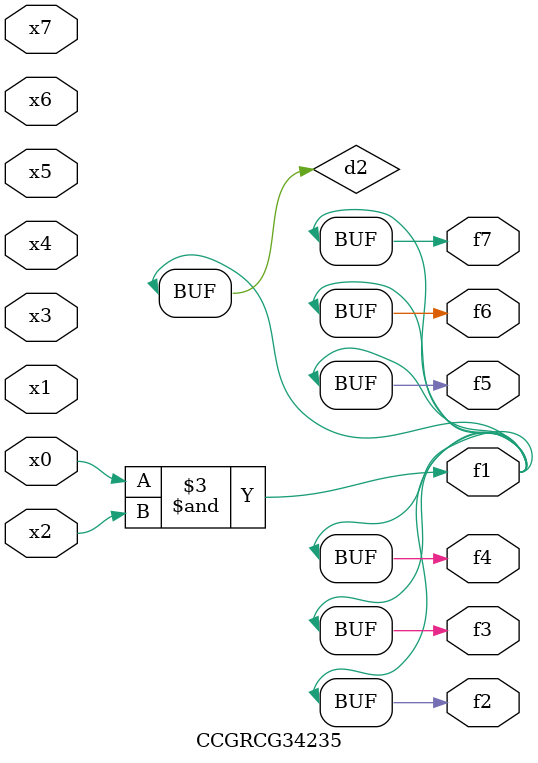
<source format=v>
module CCGRCG34235(
	input x0, x1, x2, x3, x4, x5, x6, x7,
	output f1, f2, f3, f4, f5, f6, f7
);

	wire d1, d2;

	nor (d1, x3, x6);
	and (d2, x0, x2);
	assign f1 = d2;
	assign f2 = d2;
	assign f3 = d2;
	assign f4 = d2;
	assign f5 = d2;
	assign f6 = d2;
	assign f7 = d2;
endmodule

</source>
